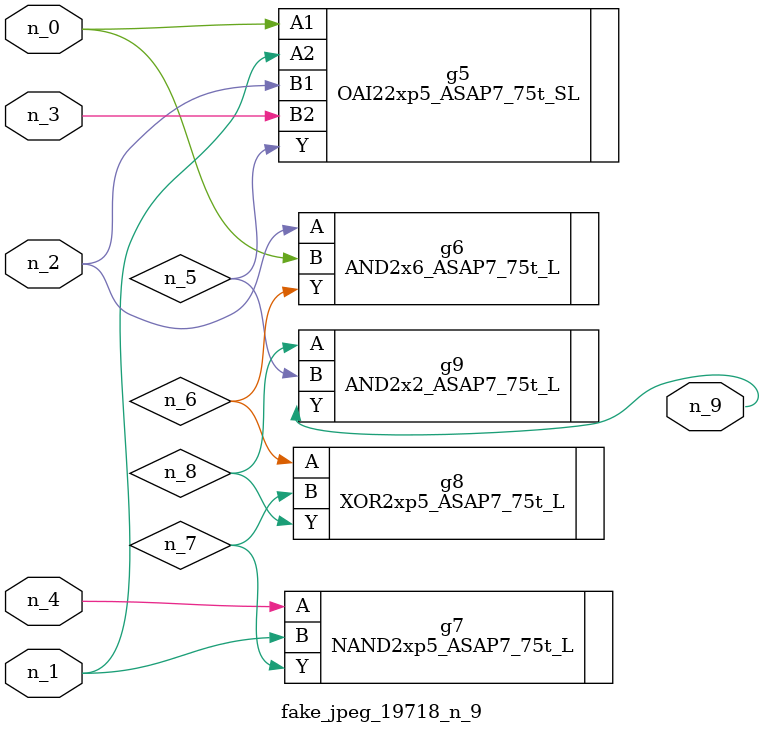
<source format=v>
module fake_jpeg_19718_n_9 (n_3, n_2, n_1, n_0, n_4, n_9);

input n_3;
input n_2;
input n_1;
input n_0;
input n_4;

output n_9;

wire n_8;
wire n_6;
wire n_5;
wire n_7;

OAI22xp5_ASAP7_75t_SL g5 ( 
.A1(n_0),
.A2(n_1),
.B1(n_2),
.B2(n_3),
.Y(n_5)
);

AND2x6_ASAP7_75t_L g6 ( 
.A(n_2),
.B(n_0),
.Y(n_6)
);

NAND2xp5_ASAP7_75t_L g7 ( 
.A(n_4),
.B(n_1),
.Y(n_7)
);

XOR2xp5_ASAP7_75t_L g8 ( 
.A(n_6),
.B(n_7),
.Y(n_8)
);

AND2x2_ASAP7_75t_L g9 ( 
.A(n_8),
.B(n_5),
.Y(n_9)
);


endmodule
</source>
